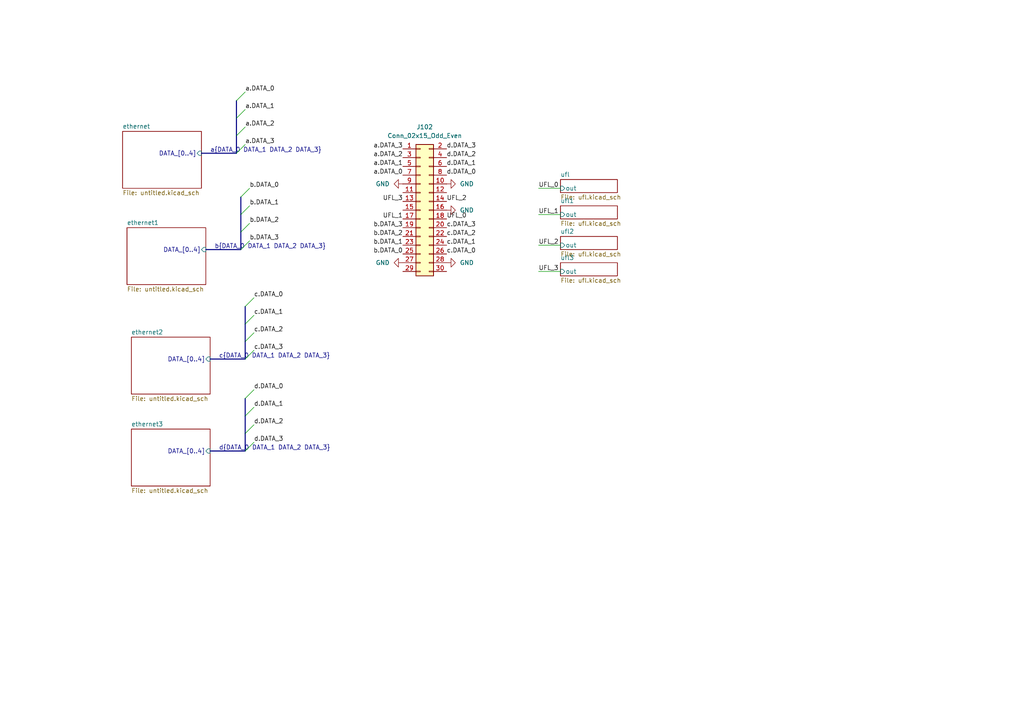
<source format=kicad_sch>
(kicad_sch (version 20231120) (generator "eeschema") (generator_version "8.0")
  (paper "A4")
  (lib_symbols
    (symbol "Connector_Generic:Conn_02x15_Odd_Even" (pin_names (offset 1.016) hide)
      (property "Reference" "J" (at 1.27 20.32 0))
      (property "Value" "Conn_02x15_Odd_Even" (at 1.27 -20.32 0))
      (symbol "Conn_02x15_Odd_Even_1_1"
        (rectangle (start -1.27 -17.653) (end 0 -17.907) (stroke (width 0.1524)))
        (rectangle (start -1.27 -15.113) (end 0 -15.367) (stroke (width 0.1524)))
        (rectangle (start -1.27 -12.573) (end 0 -12.827) (stroke (width 0.1524)))
        (rectangle (start -1.27 -10.033) (end 0 -10.287) (stroke (width 0.1524)))
        (rectangle (start -1.27 -7.493) (end 0 -7.747) (stroke (width 0.1524)))
        (rectangle (start -1.27 -4.953) (end 0 -5.207) (stroke (width 0.1524)))
        (rectangle (start -1.27 -2.413) (end 0 -2.667) (stroke (width 0.1524)))
        (rectangle (start -1.27 0.127) (end 0 -0.127) (stroke (width 0.1524)))
        (rectangle (start -1.27 2.667) (end 0 2.413) (stroke (width 0.1524)))
        (rectangle (start -1.27 5.207) (end 0 4.953) (stroke (width 0.1524)))
        (rectangle (start -1.27 7.747) (end 0 7.493) (stroke (width 0.1524)))
        (rectangle (start -1.27 10.287) (end 0 10.033) (stroke (width 0.1524)))
        (rectangle (start -1.27 12.827) (end 0 12.573) (stroke (width 0.1524)))
        (rectangle (start -1.27 15.367) (end 0 15.113) (stroke (width 0.1524)))
        (rectangle (start -1.27 17.907) (end 0 17.653) (stroke (width 0.1524)))
        (rectangle (start -1.27 19.05) (end 3.81 -19.05) (stroke (width 0.254)) (fill (type background)))
        (rectangle (start 3.81 -17.653) (end 2.54 -17.907) (stroke (width 0.1524)))
        (rectangle (start 3.81 -15.113) (end 2.54 -15.367) (stroke (width 0.1524)))
        (rectangle (start 3.81 -12.573) (end 2.54 -12.827) (stroke (width 0.1524)))
        (rectangle (start 3.81 -10.033) (end 2.54 -10.287) (stroke (width 0.1524)))
        (rectangle (start 3.81 -7.493) (end 2.54 -7.747) (stroke (width 0.1524)))
        (rectangle (start 3.81 -4.953) (end 2.54 -5.207) (stroke (width 0.1524)))
        (rectangle (start 3.81 -2.413) (end 2.54 -2.667) (stroke (width 0.1524)))
        (rectangle (start 3.81 0.127) (end 2.54 -0.127) (stroke (width 0.1524)))
        (rectangle (start 3.81 2.667) (end 2.54 2.413) (stroke (width 0.1524)))
        (rectangle (start 3.81 5.207) (end 2.54 4.953) (stroke (width 0.1524)))
        (rectangle (start 3.81 7.747) (end 2.54 7.493) (stroke (width 0.1524)))
        (rectangle (start 3.81 10.287) (end 2.54 10.033) (stroke (width 0.1524)))
        (rectangle (start 3.81 12.827) (end 2.54 12.573) (stroke (width 0.1524)))
        (rectangle (start 3.81 15.367) (end 2.54 15.113) (stroke (width 0.1524)))
        (rectangle (start 3.81 17.907) (end 2.54 17.653) (stroke (width 0.1524)))
        (pin passive line (at -5.08 17.78 0) (length 3.81) (name "Pin_1") (number "1"))
        (pin passive line (at 7.62 7.62 180) (length 3.81) (name "Pin_10") (number "10"))
        (pin passive line (at -5.08 5.08 0) (length 3.81) (name "Pin_11") (number "11"))
        (pin passive line (at 7.62 5.08 180) (length 3.81) (name "Pin_12") (number "12"))
        (pin passive line (at -5.08 2.54 0) (length 3.81) (name "Pin_13") (number "13"))
        (pin passive line (at 7.62 2.54 180) (length 3.81) (name "Pin_14") (number "14"))
        (pin passive line (at -5.08 0 0) (length 3.81) (name "Pin_15") (number "15"))
        (pin passive line (at 7.62 0 180) (length 3.81) (name "Pin_16") (number "16"))
        (pin passive line (at -5.08 -2.54 0) (length 3.81) (name "Pin_17") (number "17"))
        (pin passive line (at 7.62 -2.54 180) (length 3.81) (name "Pin_18") (number "18"))
        (pin passive line (at -5.08 -5.08 0) (length 3.81) (name "Pin_19") (number "19"))
        (pin passive line (at 7.62 17.78 180) (length 3.81) (name "Pin_2") (number "2"))
        (pin passive line (at 7.62 -5.08 180) (length 3.81) (name "Pin_20") (number "20"))
        (pin passive line (at -5.08 -7.62 0) (length 3.81) (name "Pin_21") (number "21"))
        (pin passive line (at 7.62 -7.62 180) (length 3.81) (name "Pin_22") (number "22"))
        (pin passive line (at -5.08 -10.16 0) (length 3.81) (name "Pin_23") (number "23"))
        (pin passive line (at 7.62 -10.16 180) (length 3.81) (name "Pin_24") (number "24"))
        (pin passive line (at -5.08 -12.7 0) (length 3.81) (name "Pin_25") (number "25"))
        (pin passive line (at 7.62 -12.7 180) (length 3.81) (name "Pin_26") (number "26"))
        (pin passive line (at -5.08 -15.24 0) (length 3.81) (name "Pin_27") (number "27"))
        (pin passive line (at 7.62 -15.24 180) (length 3.81) (name "Pin_28") (number "28"))
        (pin passive line (at -5.08 -17.78 0) (length 3.81) (name "Pin_29") (number "29"))
        (pin passive line (at -5.08 15.24 0) (length 3.81) (name "Pin_3") (number "3"))
        (pin passive line (at 7.62 -17.78 180) (length 3.81) (name "Pin_30") (number "30"))
        (pin passive line (at 7.62 15.24 180) (length 3.81) (name "Pin_4") (number "4"))
        (pin passive line (at -5.08 12.7 0) (length 3.81) (name "Pin_5") (number "5"))
        (pin passive line (at 7.62 12.7 180) (length 3.81) (name "Pin_6") (number "6"))
        (pin passive line (at -5.08 10.16 0) (length 3.81) (name "Pin_7") (number "7"))
        (pin passive line (at 7.62 10.16 180) (length 3.81) (name "Pin_8") (number "8"))
        (pin passive line (at -5.08 7.62 0) (length 3.81) (name "Pin_9") (number "9"))
      )
    )
    (symbol "power:GND" (power) (pin_numbers hide) (pin_names (offset 0) hide)
      (property "Value" "GND" (at 0 -3.81 0))
      (symbol "GND_0_1"
        (polyline (pts (xy 0 0) (xy 0 -1.27) (xy 1.27 -1.27) (xy 0 -2.54) (xy -1.27 -1.27) (xy 0 -1.27)))
      )
      (symbol "GND_1_1"
        (pin power_in line (at 0 0 270) (length 0) (name "~") (number "1"))
      )
    )
  )
  (bus_entry (at 73.66 118.11) (size -2.54 2.54))
  (bus_entry (at 72.39 64.77) (size -2.54 2.54))
  (bus_entry (at 73.66 86.36) (size -2.54 2.54))
  (bus_entry (at 72.39 59.69) (size -2.54 2.54))
  (bus_entry (at 72.39 69.85) (size -2.54 2.54))
  (bus_entry (at 72.39 54.61) (size -2.54 2.54))
  (bus_entry (at 73.66 128.27) (size -2.54 2.54))
  (bus_entry (at 71.12 36.83) (size -2.54 2.54))
  (bus_entry (at 71.12 26.67) (size -2.54 2.54))
  (bus_entry (at 73.66 123.19) (size -2.54 2.54))
  (bus_entry (at 73.66 96.52) (size -2.54 2.54))
  (bus_entry (at 73.66 91.44) (size -2.54 2.54))
  (bus_entry (at 73.66 113.03) (size -2.54 2.54))
  (bus_entry (at 73.66 101.6) (size -2.54 2.54))
  (bus_entry (at 71.12 31.75) (size -2.54 2.54))
  (bus_entry (at 71.12 41.91) (size -2.54 2.54))
  (bus (pts (xy 68.58 39.37) (xy 68.58 44.45)))
  (bus (pts (xy 68.58 34.29) (xy 68.58 39.37)))
  (bus (pts (xy 69.85 57.15) (xy 69.85 62.23)))
  (bus (pts (xy 60.96 104.14) (xy 71.12 104.14)))
  (bus (pts (xy 71.12 125.73) (xy 71.12 130.81)))
  (bus (pts (xy 71.12 93.98) (xy 71.12 99.06)))
  (bus (pts (xy 68.58 29.21) (xy 68.58 34.29)))
  (wire (pts (xy 156.21 78.74) (xy 162.56 78.74)))
  (bus (pts (xy 60.96 130.81) (xy 71.12 130.81)))
  (bus (pts (xy 71.12 99.06) (xy 71.12 104.14)))
  (bus (pts (xy 69.85 67.31) (xy 69.85 72.39)))
  (wire (pts (xy 156.21 62.23) (xy 162.56 62.23)))
  (bus (pts (xy 71.12 115.57) (xy 71.12 120.65)))
  (bus (pts (xy 71.12 120.65) (xy 71.12 125.73)))
  (bus (pts (xy 69.85 62.23) (xy 69.85 67.31)))
  (wire (pts (xy 156.21 71.12) (xy 162.56 71.12)))
  (bus (pts (xy 71.12 88.9) (xy 71.12 93.98)))
  (bus (pts (xy 59.69 72.39) (xy 69.85 72.39)))
  (bus (pts (xy 58.42 44.45) (xy 68.58 44.45)))
  (wire (pts (xy 156.21 54.61) (xy 162.56 54.61)))
  (label "c{DATA_0 DATA_1 DATA_2 DATA_3}" (at 63.5 104.14 0))
  (label "d.DATA_0" (at 129.54 50.8 0))
  (label "c.DATA_0" (at 73.66 86.36 0))
  (label "b.DATA_0" (at 116.84 73.66 180))
  (label "UFL_0" (at 156.21 54.61 0))
  (label "d.DATA_1" (at 73.66 118.11 0))
  (label "b.DATA_1" (at 72.39 59.69 0))
  (label "d{DATA_0 DATA_1 DATA_2 DATA_3}" (at 63.5 130.81 0))
  (label "a.DATA_0" (at 116.84 50.8 180))
  (label "a{DATA_0 DATA_1 DATA_2 DATA_3}" (at 60.96 44.45 0))
  (label "a.DATA_2" (at 116.84 45.72 180))
  (label "b{DATA_0 DATA_1 DATA_2 DATA_3}" (at 62.23 72.39 0))
  (label "d.DATA_2" (at 73.66 123.19 0))
  (label "UFL_2" (at 156.21 71.12 0))
  (label "a.DATA_0" (at 71.12 26.67 0))
  (label "UFL_1" (at 116.84 63.5 180))
  (label "a.DATA_3" (at 116.84 43.18 180))
  (label "b.DATA_3" (at 72.39 69.85 0))
  (label "d.DATA_3" (at 73.66 128.27 0))
  (label "c.DATA_0" (at 129.54 73.66 0))
  (label "b.DATA_2" (at 116.84 68.58 180))
  (label "d.DATA_2" (at 129.54 45.72 0))
  (label "a.DATA_3" (at 71.12 41.91 0))
  (label "b.DATA_3" (at 116.84 66.04 180))
  (label "UFL_0" (at 129.54 63.5 0))
  (label "c.DATA_2" (at 73.66 96.52 0))
  (label "c.DATA_3" (at 73.66 101.6 0))
  (label "UFL_1" (at 156.21 62.23 0))
  (label "c.DATA_1" (at 73.66 91.44 0))
  (label "d.DATA_1" (at 129.54 48.26 0))
  (label "UFL_3" (at 116.84 58.42 180))
  (label "c.DATA_2" (at 129.54 68.58 0))
  (label "a.DATA_1" (at 116.84 48.26 180))
  (label "c.DATA_3" (at 129.54 66.04 0))
  (label "b.DATA_0" (at 72.39 54.61 0))
  (label "c.DATA_1" (at 129.54 71.12 0))
  (label "UFL_2" (at 129.54 58.42 0))
  (label "b.DATA_1" (at 116.84 71.12 180))
  (label "a.DATA_2" (at 71.12 36.83 0))
  (label "UFL_3" (at 156.21 78.74 0))
  (label "a.DATA_1" (at 71.12 31.75 0))
  (label "d.DATA_3" (at 129.54 43.18 0))
  (label "d.DATA_0" (at 73.66 113.03 0))
  (label "b.DATA_2" (at 72.39 64.77 0))
  (symbol (lib_id "power:GND") (at 116.84 53.34 270) (unit 1)
    (property "Reference" "#PWR0104" (effects (hide yes)))
    (property "Value" "GND" (at 113.03 53.3399 90) (effects (justify right)))
    (property "Description" "Power symbol creates a global label with name \"GND\" , ground" (effects (hide yes)))
  )
  (symbol (lib_id "power:GND") (at 129.54 53.34 90) (unit 1)
    (property "Reference" "#PWR0103" (effects (hide yes)))
    (property "Value" "GND" (at 133.35 53.3399 90) (effects (justify right)))
    (property "Description" "Power symbol creates a global label with name \"GND\" , ground" (effects (hide yes)))
  )
  (symbol (lib_id "power:GND") (at 129.54 60.96 90) (unit 1)
    (property "Reference" "#PWR0105" (effects (hide yes)))
    (property "Value" "GND" (at 133.35 60.9599 90) (effects (justify right)))
    (property "Description" "Power symbol creates a global label with name \"GND\" , ground" (effects (hide yes)))
  )
  (symbol (lib_id "power:GND") (at 129.54 76.2 90) (unit 1)
    (property "Reference" "#PWR0101" (effects (hide yes)))
    (property "Value" "GND" (at 133.35 76.1999 90) (effects (justify right)))
    (property "Description" "Power symbol creates a global label with name \"GND\" , ground" (effects (hide yes)))
  )
  (symbol (lib_id "power:GND") (at 116.84 76.2 270) (unit 1)
    (property "Reference" "#PWR0102" (effects (hide yes)))
    (property "Value" "GND" (at 113.03 76.1999 90) (effects (justify right)))
    (property "Description" "Power symbol creates a global label with name \"GND\" , ground" (effects (hide yes)))
  )
  (symbol (lib_id "Connector_Generic:Conn_02x15_Odd_Even") (at 121.92 60.96 0) (unit 1)
    (property "Reference" "J102" (at 123.19 36.83 0))
    (property "Value" "Conn_02x15_Odd_Even" (at 123.19 39.37 0))
    (property "Footprint" "Connector_PinHeader_2.54mm:PinHeader_2x15_P2.54mm_Vertical" (effects (hide yes)))
    (property "Description" "Generic connector, double row, 02x15, odd/even pin numbering scheme (row 1 odd numbers, row 2 even numbers), script generated (kicad-library-utils/schlib/autogen/connector/)" (effects (hide yes)))
  )
  (sheet (at 38.1 97.79) (size 22.86 16.51) (stroke (width 0.1524))
    (property "Sheetname" "ethernet2" (at 38.1 97.0784 0) (effects (justify left bottom)))
    (property "Sheetfile" "untitled.kicad_sch" (at 38.1 114.8846 0) (effects (justify left top)))
    (pin "DATA_[0..4]" input (at 60.96 104.14 0))
  )
  (sheet (at 36.83 66.04) (size 22.86 16.51) (stroke (width 0.1524))
    (property "Sheetname" "ethernet1" (at 36.83 65.3284 0) (effects (justify left bottom)))
    (property "Sheetfile" "untitled.kicad_sch" (at 36.83 83.1346 0) (effects (justify left top)))
    (pin "DATA_[0..4]" input (at 59.69 72.39 0))
  )
  (sheet (at 35.56 38.1) (size 22.86 16.51) (stroke (width 0.1524))
    (property "Sheetname" "ethernet" (at 35.56 37.3884 0) (effects (justify left bottom)))
    (property "Sheetfile" "untitled.kicad_sch" (at 35.56 55.1946 0) (effects (justify left top)))
    (pin "DATA_[0..4]" input (at 58.42 44.45 0))
  )
  (sheet (at 162.56 76.2) (size 16.51 3.81) (stroke (width 0.1524))
    (property "Sheetname" "ufl3" (at 162.56 75.4884 0) (effects (justify left bottom)))
    (property "Sheetfile" "ufl.kicad_sch" (at 162.56 80.5946 0) (effects (justify left top)))
    (pin "out" input (at 162.56 78.74 180))
  )
  (sheet (at 162.56 59.69) (size 16.51 3.81) (stroke (width 0.1524))
    (property "Sheetname" "ufl1" (at 162.56 58.9784 0) (effects (justify left bottom)))
    (property "Sheetfile" "ufl.kicad_sch" (at 162.56 64.0846 0) (effects (justify left top)))
    (pin "out" input (at 162.56 62.23 180))
  )
  (sheet (at 162.56 52.07) (size 16.51 3.81) (stroke (width 0.1524))
    (property "Sheetname" "ufl" (at 162.56 51.3584 0) (effects (justify left bottom)))
    (property "Sheetfile" "ufl.kicad_sch" (at 162.56 56.4646 0) (effects (justify left top)))
    (pin "out" input (at 162.56 54.61 180))
  )
  (sheet (at 162.56 68.58) (size 16.51 3.81) (stroke (width 0.1524))
    (property "Sheetname" "ufl2" (at 162.56 67.8684 0) (effects (justify left bottom)))
    (property "Sheetfile" "ufl.kicad_sch" (at 162.56 72.9746 0) (effects (justify left top)))
    (pin "out" input (at 162.56 71.12 180))
  )
  (sheet (at 38.1 124.46) (size 22.86 16.51) (stroke (width 0.1524))
    (property "Sheetname" "ethernet3" (at 38.1 123.7484 0) (effects (justify left bottom)))
    (property "Sheetfile" "untitled.kicad_sch" (at 38.1 141.5546 0) (effects (justify left top)))
    (pin "DATA_[0..4]" input (at 60.96 130.81 0))
  )
)
</source>
